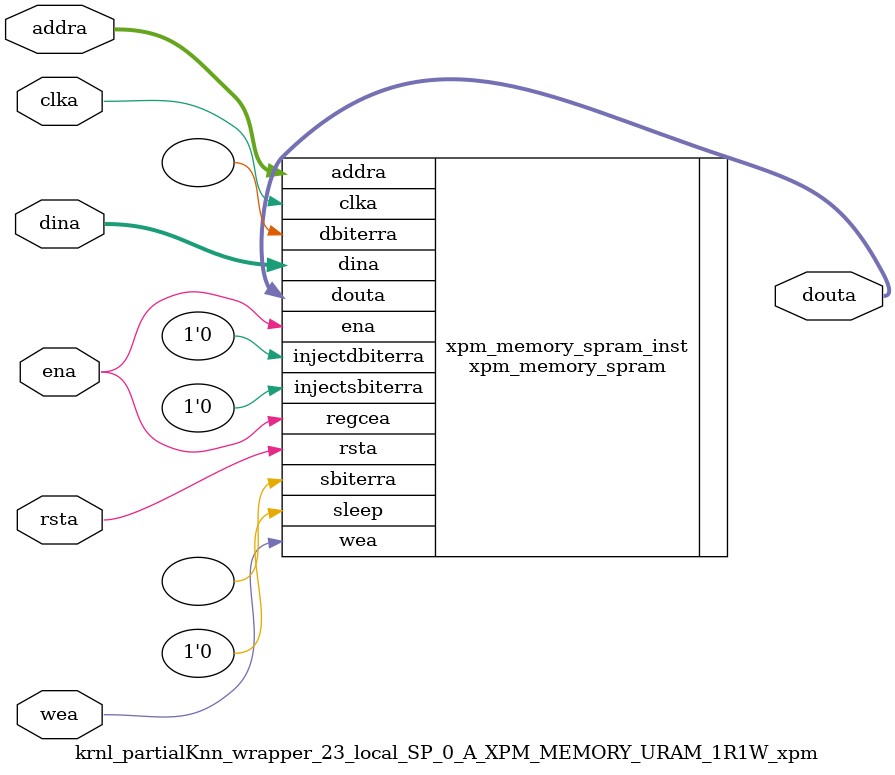
<source format=v>
`timescale 1 ns / 1 ps
module krnl_partialKnn_wrapper_23_local_SP_0_A_XPM_MEMORY_URAM_1R1W_xpm # (
  // Common module parameters
  parameter integer                 MEMORY_SIZE        = 524288,
  parameter                         MEMORY_PRIMITIVE   = "ultra",
  parameter                         ECC_MODE           = "no_ecc",
  parameter                         MEMORY_INIT_FILE   = "none",
  parameter                         WAKEUP_TIME        = "disable_sleep",
  parameter integer                 MESSAGE_CONTROL    = 0,
  // Port A module parameters
  parameter integer                 WRITE_DATA_WIDTH_A = 256,
  parameter integer                 READ_DATA_WIDTH_A  = WRITE_DATA_WIDTH_A,
  parameter integer                 BYTE_WRITE_WIDTH_A = WRITE_DATA_WIDTH_A,
  parameter integer                 ADDR_WIDTH_A       = 11,
  parameter                         READ_RESET_VALUE_A = "0",
  parameter integer                 READ_LATENCY_A     = 1,
  parameter                         WRITE_MODE_A       = "read_first"
) (
  // Port A module ports
  input  wire                                               clka,
  input  wire                                               rsta,
  input  wire                                               ena,
  input  wire [(WRITE_DATA_WIDTH_A/BYTE_WRITE_WIDTH_A)-1:0] wea,
  input  wire [ADDR_WIDTH_A-1:0]                            addra,
  input  wire [WRITE_DATA_WIDTH_A-1:0]                      dina,
  output wire [READ_DATA_WIDTH_A-1:0]                       douta
);
// Set parameter values and connect ports to instantiate an XPM_MEMORY single port RAM configuration
xpm_memory_spram # (
  // Common module parameters
  .MEMORY_SIZE        (MEMORY_SIZE),   //positive integer
  .MEMORY_PRIMITIVE   (MEMORY_PRIMITIVE),      //string; "auto", "distributed", "block" or "ultra";
  .ECC_MODE           (ECC_MODE),      //do not change
  .MEMORY_INIT_FILE   (MEMORY_INIT_FILE), //string; "none" or "<filename>.mem" 
  .MEMORY_INIT_PARAM  (""), //string;
  .WAKEUP_TIME        (WAKEUP_TIME),      //string; "disable_sleep" or "use_sleep_pin"
  .MESSAGE_CONTROL    (MESSAGE_CONTROL),      //do not change
  // Port A module parameters
  .WRITE_DATA_WIDTH_A (WRITE_DATA_WIDTH_A),     //positive integer
  .READ_DATA_WIDTH_A  (READ_DATA_WIDTH_A),     //positive integer
  .BYTE_WRITE_WIDTH_A (BYTE_WRITE_WIDTH_A),     //integer; 8, 9, or WRITE_DATA_WIDTH_A value
  .ADDR_WIDTH_A       (ADDR_WIDTH_A),      //positive integer
  .READ_RESET_VALUE_A (READ_RESET_VALUE_A),  //string
  .READ_LATENCY_A     (READ_LATENCY_A),      //non-negative integer
  .WRITE_MODE_A       (WRITE_MODE_A)       //string; "write_first", "read_first", "no_change"
) xpm_memory_spram_inst (
  // Common module ports
  .sleep          (1'b0),  //do not change
  // Port A module ports
  .clka           (clka),
  .rsta           (rsta),
  .ena            (ena),
  .regcea         (ena),
  .wea            (wea),
  .addra          (addra),
  .dina           (dina),
  .injectsbiterra (1'b0),  //do not change
  .injectdbiterra (1'b0),  //do not change
  .douta          (douta),
  .sbiterra       (),      //do not change
  .dbiterra       ()       //do not change
);
endmodule
</source>
